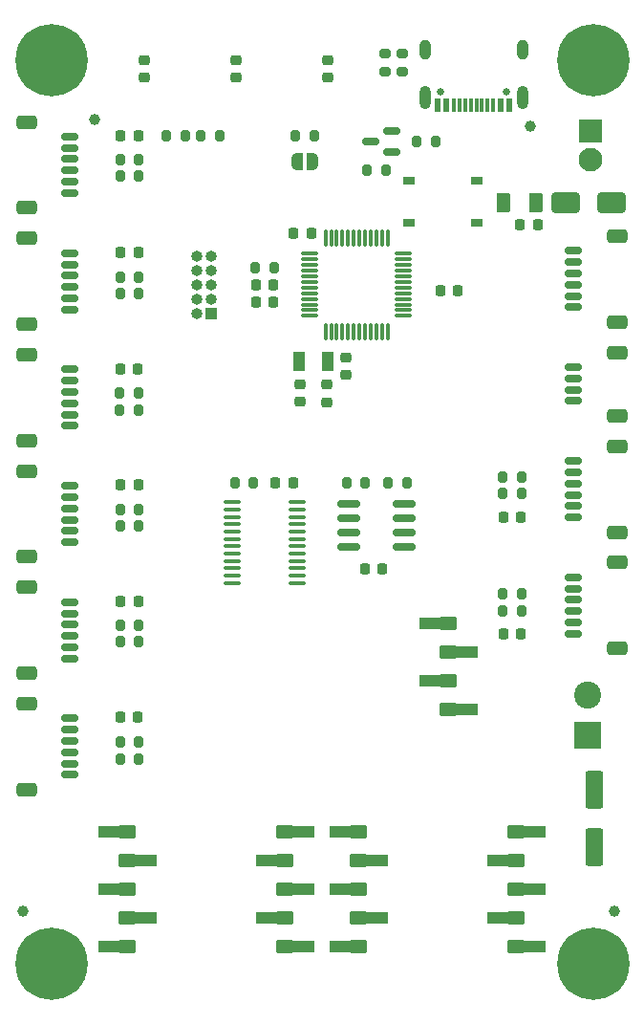
<source format=gts>
%TF.GenerationSoftware,KiCad,Pcbnew,8.0.6-8.0.6-0~ubuntu22.04.1*%
%TF.CreationDate,2024-11-21T09:47:25+02:00*%
%TF.ProjectId,SAMD21_Dev_Board,53414d44-3231-45f4-9465-765f426f6172,rev?*%
%TF.SameCoordinates,Original*%
%TF.FileFunction,Soldermask,Top*%
%TF.FilePolarity,Negative*%
%FSLAX46Y46*%
G04 Gerber Fmt 4.6, Leading zero omitted, Abs format (unit mm)*
G04 Created by KiCad (PCBNEW 8.0.6-8.0.6-0~ubuntu22.04.1) date 2024-11-21 09:47:25*
%MOMM*%
%LPD*%
G01*
G04 APERTURE LIST*
G04 Aperture macros list*
%AMRoundRect*
0 Rectangle with rounded corners*
0 $1 Rounding radius*
0 $2 $3 $4 $5 $6 $7 $8 $9 X,Y pos of 4 corners*
0 Add a 4 corners polygon primitive as box body*
4,1,4,$2,$3,$4,$5,$6,$7,$8,$9,$2,$3,0*
0 Add four circle primitives for the rounded corners*
1,1,$1+$1,$2,$3*
1,1,$1+$1,$4,$5*
1,1,$1+$1,$6,$7*
1,1,$1+$1,$8,$9*
0 Add four rect primitives between the rounded corners*
20,1,$1+$1,$2,$3,$4,$5,0*
20,1,$1+$1,$4,$5,$6,$7,0*
20,1,$1+$1,$6,$7,$8,$9,0*
20,1,$1+$1,$8,$9,$2,$3,0*%
%AMFreePoly0*
4,1,19,0.500000,-0.750000,0.000000,-0.750000,0.000000,-0.744911,-0.071157,-0.744911,-0.207708,-0.704816,-0.327430,-0.627875,-0.420627,-0.520320,-0.479746,-0.390866,-0.500000,-0.250000,-0.500000,0.250000,-0.479746,0.390866,-0.420627,0.520320,-0.327430,0.627875,-0.207708,0.704816,-0.071157,0.744911,0.000000,0.744911,0.000000,0.750000,0.500000,0.750000,0.500000,-0.750000,0.500000,-0.750000,
$1*%
%AMFreePoly1*
4,1,19,0.000000,0.744911,0.071157,0.744911,0.207708,0.704816,0.327430,0.627875,0.420627,0.520320,0.479746,0.390866,0.500000,0.250000,0.500000,-0.250000,0.479746,-0.390866,0.420627,-0.520320,0.327430,-0.627875,0.207708,-0.704816,0.071157,-0.744911,0.000000,-0.744911,0.000000,-0.750000,-0.500000,-0.750000,-0.500000,0.750000,0.000000,0.750000,0.000000,0.744911,0.000000,0.744911,
$1*%
G04 Aperture macros list end*
%ADD10RoundRect,0.225000X-0.225000X-0.250000X0.225000X-0.250000X0.225000X0.250000X-0.225000X0.250000X0*%
%ADD11RoundRect,0.150000X0.825000X0.150000X-0.825000X0.150000X-0.825000X-0.150000X0.825000X-0.150000X0*%
%ADD12C,6.400000*%
%ADD13RoundRect,0.200000X0.200000X0.275000X-0.200000X0.275000X-0.200000X-0.275000X0.200000X-0.275000X0*%
%ADD14RoundRect,0.150000X-0.625000X0.150000X-0.625000X-0.150000X0.625000X-0.150000X0.625000X0.150000X0*%
%ADD15RoundRect,0.250000X-0.650000X0.350000X-0.650000X-0.350000X0.650000X-0.350000X0.650000X0.350000X0*%
%ADD16RoundRect,0.200000X-0.200000X-0.275000X0.200000X-0.275000X0.200000X0.275000X-0.200000X0.275000X0*%
%ADD17RoundRect,0.150000X0.625000X-0.150000X0.625000X0.150000X-0.625000X0.150000X-0.625000X-0.150000X0*%
%ADD18RoundRect,0.250000X0.650000X-0.350000X0.650000X0.350000X-0.650000X0.350000X-0.650000X-0.350000X0*%
%ADD19RoundRect,0.250000X1.000000X0.650000X-1.000000X0.650000X-1.000000X-0.650000X1.000000X-0.650000X0*%
%ADD20FreePoly0,180.000000*%
%ADD21FreePoly1,180.000000*%
%ADD22C,1.000000*%
%ADD23RoundRect,0.225000X0.250000X-0.225000X0.250000X0.225000X-0.250000X0.225000X-0.250000X-0.225000X0*%
%ADD24R,2.100000X2.100000*%
%ADD25C,2.100000*%
%ADD26RoundRect,0.075000X0.075000X-0.662500X0.075000X0.662500X-0.075000X0.662500X-0.075000X-0.662500X0*%
%ADD27RoundRect,0.075000X0.662500X-0.075000X0.662500X0.075000X-0.662500X0.075000X-0.662500X-0.075000X0*%
%ADD28R,1.900000X1.000000*%
%ADD29RoundRect,0.250000X0.550000X0.350000X-0.550000X0.350000X-0.550000X-0.350000X0.550000X-0.350000X0*%
%ADD30RoundRect,0.225000X0.225000X0.250000X-0.225000X0.250000X-0.225000X-0.250000X0.225000X-0.250000X0*%
%ADD31RoundRect,0.218750X0.256250X-0.218750X0.256250X0.218750X-0.256250X0.218750X-0.256250X-0.218750X0*%
%ADD32C,0.650000*%
%ADD33R,0.600000X1.240000*%
%ADD34R,0.300000X1.240000*%
%ADD35O,1.000000X2.100000*%
%ADD36O,1.000000X1.800000*%
%ADD37R,2.400000X2.400000*%
%ADD38C,2.400000*%
%ADD39R,1.000000X1.000000*%
%ADD40O,1.000000X1.000000*%
%ADD41RoundRect,0.100000X-0.637500X-0.100000X0.637500X-0.100000X0.637500X0.100000X-0.637500X0.100000X0*%
%ADD42RoundRect,0.250000X0.550000X-1.412500X0.550000X1.412500X-0.550000X1.412500X-0.550000X-1.412500X0*%
%ADD43RoundRect,0.150000X0.587500X0.150000X-0.587500X0.150000X-0.587500X-0.150000X0.587500X-0.150000X0*%
%ADD44RoundRect,0.200000X0.275000X-0.200000X0.275000X0.200000X-0.275000X0.200000X-0.275000X-0.200000X0*%
%ADD45R,1.000000X1.800000*%
%ADD46RoundRect,0.250000X-0.375000X-0.625000X0.375000X-0.625000X0.375000X0.625000X-0.375000X0.625000X0*%
%ADD47R,1.000000X0.750000*%
G04 APERTURE END LIST*
D10*
%TO.C,C14*%
X104127000Y-73406000D03*
X105677000Y-73406000D03*
%TD*%
D11*
%TO.C,U2*%
X117283000Y-96647000D03*
X117283000Y-95377000D03*
X117283000Y-94107000D03*
X117283000Y-92837000D03*
X112333000Y-92837000D03*
X112333000Y-94107000D03*
X112333000Y-95377000D03*
X112333000Y-96647000D03*
%TD*%
D12*
%TO.C,REF\u002A\u002A*%
X86000000Y-53500000D03*
%TD*%
D13*
%TO.C,R17*%
X93725000Y-93284000D03*
X92075000Y-93284000D03*
%TD*%
D14*
%TO.C,J12*%
X87651000Y-101500000D03*
X87651000Y-102500000D03*
X87651000Y-103500000D03*
X87651000Y-104500000D03*
X87651000Y-105500000D03*
X87651000Y-106500000D03*
D15*
X83776000Y-100200000D03*
X83776000Y-107800000D03*
%TD*%
D10*
%TO.C,C1*%
X105845000Y-90932000D03*
X107395000Y-90932000D03*
%TD*%
D16*
%TO.C,R11*%
X126000000Y-102250000D03*
X127650000Y-102250000D03*
%TD*%
D17*
%TO.C,J10*%
X132250000Y-104300000D03*
X132250000Y-103300000D03*
X132250000Y-102300000D03*
X132250000Y-101300000D03*
X132250000Y-100300000D03*
X132250000Y-99300000D03*
D18*
X136125000Y-105600000D03*
X136125000Y-98000000D03*
%TD*%
D13*
%TO.C,R7*%
X93725000Y-62300000D03*
X92075000Y-62300000D03*
%TD*%
D16*
%TO.C,R5*%
X126000000Y-91900000D03*
X127650000Y-91900000D03*
%TD*%
D19*
%TO.C,D5*%
X135600000Y-66100000D03*
X131600000Y-66100000D03*
%TD*%
D20*
%TO.C,JP1*%
X109108000Y-62484000D03*
D21*
X107808000Y-62484000D03*
%TD*%
D22*
%TO.C,REF\u002A\u002A*%
X89800000Y-58800000D03*
%TD*%
D12*
%TO.C,REF\u002A\u002A*%
X134000000Y-53500000D03*
%TD*%
D23*
%TO.C,C12*%
X108030000Y-83781000D03*
X108030000Y-82231000D03*
%TD*%
D17*
%TO.C,J8*%
X132250000Y-75400000D03*
X132250000Y-74400000D03*
X132250000Y-73400000D03*
X132250000Y-72400000D03*
X132250000Y-71400000D03*
X132250000Y-70400000D03*
D18*
X136125000Y-76700000D03*
X136125000Y-69100000D03*
%TD*%
D13*
%TO.C,R6*%
X93725000Y-63800000D03*
X92075000Y-63800000D03*
%TD*%
%TO.C,R14*%
X93725000Y-115400000D03*
X92075000Y-115400000D03*
%TD*%
D24*
%TO.C,J17*%
X133750000Y-59800000D03*
D25*
X133750000Y-62340000D03*
%TD*%
D17*
%TO.C,J9*%
X132250000Y-94000000D03*
X132250000Y-93000000D03*
X132250000Y-92000000D03*
X132250000Y-91000000D03*
X132250000Y-90000000D03*
X132250000Y-89000000D03*
D18*
X136125000Y-95300000D03*
X136125000Y-87700000D03*
%TD*%
D26*
%TO.C,U3*%
X110280000Y-77568500D03*
X110780000Y-77568500D03*
X111280000Y-77568500D03*
X111780000Y-77568500D03*
X112280000Y-77568500D03*
X112780000Y-77568500D03*
X113280000Y-77568500D03*
X113780000Y-77568500D03*
X114280000Y-77568500D03*
X114780000Y-77568500D03*
X115280000Y-77568500D03*
X115780000Y-77568500D03*
D27*
X117192500Y-76156000D03*
X117192500Y-75656000D03*
X117192500Y-75156000D03*
X117192500Y-74656000D03*
X117192500Y-74156000D03*
X117192500Y-73656000D03*
X117192500Y-73156000D03*
X117192500Y-72656000D03*
X117192500Y-72156000D03*
X117192500Y-71656000D03*
X117192500Y-71156000D03*
X117192500Y-70656000D03*
D26*
X115780000Y-69243500D03*
X115280000Y-69243500D03*
X114780000Y-69243500D03*
X114280000Y-69243500D03*
X113780000Y-69243500D03*
X113280000Y-69243500D03*
X112780000Y-69243500D03*
X112280000Y-69243500D03*
X111780000Y-69243500D03*
X111280000Y-69243500D03*
X110780000Y-69243500D03*
X110280000Y-69243500D03*
D27*
X108867500Y-70656000D03*
X108867500Y-71156000D03*
X108867500Y-71656000D03*
X108867500Y-72156000D03*
X108867500Y-72656000D03*
X108867500Y-73156000D03*
X108867500Y-73656000D03*
X108867500Y-74156000D03*
X108867500Y-74656000D03*
X108867500Y-75156000D03*
X108867500Y-75656000D03*
X108867500Y-76156000D03*
%TD*%
D13*
%TO.C,R24*%
X100901000Y-60198000D03*
X99251000Y-60198000D03*
%TD*%
D28*
%TO.C,J3*%
X122808000Y-110998000D03*
D29*
X121158000Y-110998000D03*
X121158000Y-108458000D03*
D28*
X119508000Y-108458000D03*
X122808000Y-105918000D03*
D29*
X121158000Y-105918000D03*
X121158000Y-103378000D03*
D28*
X119508000Y-103378000D03*
%TD*%
D10*
%TO.C,C9*%
X92125000Y-91084000D03*
X93675000Y-91084000D03*
%TD*%
D13*
%TO.C,R19*%
X93725000Y-103528000D03*
X92075000Y-103528000D03*
%TD*%
%TO.C,R13*%
X93676000Y-82984000D03*
X92026000Y-82984000D03*
%TD*%
D29*
%TO.C,J5*%
X113215000Y-131980000D03*
D28*
X111565000Y-131980000D03*
X114865000Y-129440000D03*
D29*
X113215000Y-129440000D03*
X113215000Y-126900000D03*
D28*
X111565000Y-126900000D03*
X114865000Y-124360000D03*
D29*
X113215000Y-124360000D03*
X113215000Y-121820000D03*
D28*
X111565000Y-121820000D03*
%TD*%
D14*
%TO.C,J16*%
X87651000Y-91200000D03*
X87651000Y-92200000D03*
X87651000Y-93200000D03*
X87651000Y-94200000D03*
X87651000Y-95200000D03*
X87651000Y-96200000D03*
D15*
X83776000Y-89900000D03*
X83776000Y-97500000D03*
%TD*%
D22*
%TO.C,REF\u002A\u002A*%
X83500000Y-128900000D03*
%TD*%
D30*
%TO.C,C2*%
X115329000Y-98552000D03*
X113779000Y-98552000D03*
%TD*%
D10*
%TO.C,C10*%
X92125000Y-101428000D03*
X93675000Y-101428000D03*
%TD*%
D13*
%TO.C,R12*%
X93676000Y-84484000D03*
X92026000Y-84484000D03*
%TD*%
D23*
%TO.C,C13*%
X110430000Y-83806000D03*
X110430000Y-82256000D03*
%TD*%
D31*
%TO.C,D4*%
X94234000Y-55076501D03*
X94234000Y-53501501D03*
%TD*%
D10*
%TO.C,C16*%
X107448500Y-68813000D03*
X108998500Y-68813000D03*
%TD*%
D13*
%TO.C,R25*%
X97853000Y-60198000D03*
X96203000Y-60198000D03*
%TD*%
D32*
%TO.C,J2*%
X126290000Y-56270000D03*
X120510000Y-56270000D03*
D33*
X126600000Y-57465000D03*
X125800000Y-57465000D03*
D34*
X124650000Y-57465000D03*
X123650000Y-57465000D03*
X123150000Y-57465000D03*
X122150000Y-57465000D03*
D33*
X121000000Y-57465000D03*
X120200000Y-57465000D03*
X120200000Y-57465000D03*
X121000000Y-57465000D03*
D34*
X121650000Y-57465000D03*
X122650000Y-57465000D03*
X124150000Y-57465000D03*
X125150000Y-57465000D03*
D33*
X125800000Y-57465000D03*
X126600000Y-57465000D03*
D35*
X127720000Y-56790000D03*
D36*
X127720000Y-52590000D03*
D35*
X119080000Y-56790000D03*
D36*
X119080000Y-52590000D03*
%TD*%
D13*
%TO.C,R8*%
X93724394Y-74200000D03*
X92074394Y-74200000D03*
%TD*%
%TO.C,R9*%
X93724394Y-72700000D03*
X92074394Y-72700000D03*
%TD*%
D22*
%TO.C,REF\u002A\u002A*%
X128400000Y-59400000D03*
%TD*%
D16*
%TO.C,R20*%
X104077000Y-71882000D03*
X105727000Y-71882000D03*
%TD*%
D37*
%TO.C,J18*%
X133504000Y-113256000D03*
D38*
X133504000Y-109756000D03*
%TD*%
D10*
%TO.C,C8*%
X92100000Y-111700000D03*
X93650000Y-111700000D03*
%TD*%
D12*
%TO.C,REF\u002A\u002A*%
X134000000Y-133500000D03*
%TD*%
D13*
%TO.C,R15*%
X93725000Y-113900000D03*
X92075000Y-113900000D03*
%TD*%
D16*
%TO.C,R23*%
X107633000Y-60198000D03*
X109283000Y-60198000D03*
%TD*%
D31*
%TO.C,D3*%
X102362000Y-55076501D03*
X102362000Y-53501501D03*
%TD*%
D10*
%TO.C,C4*%
X92125000Y-60200000D03*
X93675000Y-60200000D03*
%TD*%
D39*
%TO.C,J1*%
X100193000Y-75956000D03*
D40*
X98923000Y-75956000D03*
X100193000Y-74686000D03*
X98923000Y-74686000D03*
X100193000Y-73416000D03*
X98923000Y-73416000D03*
X100193000Y-72146000D03*
X98923000Y-72146000D03*
X100193000Y-70876000D03*
X98923000Y-70876000D03*
%TD*%
D13*
%TO.C,R2*%
X113792000Y-90932000D03*
X112142000Y-90932000D03*
%TD*%
D17*
%TO.C,J7*%
X132250000Y-83700000D03*
X132250000Y-82700000D03*
X132250000Y-81700000D03*
X132250000Y-80700000D03*
D18*
X136125000Y-85000000D03*
X136125000Y-79400000D03*
%TD*%
D10*
%TO.C,C7*%
X92076000Y-80884000D03*
X93626000Y-80884000D03*
%TD*%
D41*
%TO.C,U1*%
X102040000Y-92660000D03*
X102040000Y-93310000D03*
X102040000Y-93960000D03*
X102040000Y-94610000D03*
X102040000Y-95260000D03*
X102040000Y-95910000D03*
X102040000Y-96560000D03*
X102040000Y-97210000D03*
X102040000Y-97860000D03*
X102040000Y-98510000D03*
X102040000Y-99160000D03*
X102040000Y-99810000D03*
X107765000Y-99810000D03*
X107765000Y-99160000D03*
X107765000Y-98510000D03*
X107765000Y-97860000D03*
X107765000Y-97210000D03*
X107765000Y-96560000D03*
X107765000Y-95910000D03*
X107765000Y-95260000D03*
X107765000Y-94610000D03*
X107765000Y-93960000D03*
X107765000Y-93310000D03*
X107765000Y-92660000D03*
%TD*%
D10*
%TO.C,C5*%
X92124394Y-70500000D03*
X93674394Y-70500000D03*
%TD*%
D23*
%TO.C,C17*%
X112130000Y-81356000D03*
X112130000Y-79806000D03*
%TD*%
D22*
%TO.C,REF\u002A\u002A*%
X135900000Y-128900000D03*
%TD*%
D42*
%TO.C,C11*%
X134112000Y-123187500D03*
X134112000Y-118112500D03*
%TD*%
D29*
%TO.C,J20*%
X92725000Y-131980000D03*
D28*
X91075000Y-131980000D03*
X94375000Y-129440000D03*
D29*
X92725000Y-129440000D03*
X92725000Y-126900000D03*
D28*
X91075000Y-126900000D03*
X94375000Y-124360000D03*
D29*
X92725000Y-124360000D03*
X92725000Y-121820000D03*
D28*
X91075000Y-121820000D03*
%TD*%
D31*
%TO.C,D2*%
X110490000Y-55076501D03*
X110490000Y-53501501D03*
%TD*%
D16*
%TO.C,R4*%
X126000000Y-90400000D03*
X127650000Y-90400000D03*
%TD*%
D30*
%TO.C,C18*%
X121980000Y-73914000D03*
X120430000Y-73914000D03*
%TD*%
D14*
%TO.C,J14*%
X87651000Y-70600000D03*
X87651000Y-71600000D03*
X87651000Y-72600000D03*
X87651000Y-73600000D03*
X87651000Y-74600000D03*
X87651000Y-75600000D03*
D15*
X83776000Y-69300000D03*
X83776000Y-76900000D03*
%TD*%
D43*
%TO.C,Q1*%
X116175000Y-61656000D03*
X116175000Y-59756000D03*
X114300000Y-60706000D03*
%TD*%
D12*
%TO.C,REF\u002A\u002A*%
X86000000Y-133500000D03*
%TD*%
D10*
%TO.C,C15*%
X104127000Y-74906000D03*
X105677000Y-74906000D03*
%TD*%
D30*
%TO.C,C19*%
X129075000Y-68100000D03*
X127525000Y-68100000D03*
%TD*%
D44*
%TO.C,R27*%
X115570000Y-54546000D03*
X115570000Y-52896000D03*
%TD*%
%TO.C,R26*%
X117070000Y-54546000D03*
X117070000Y-52896000D03*
%TD*%
D16*
%TO.C,R22*%
X118364000Y-60706000D03*
X120014000Y-60706000D03*
%TD*%
D13*
%TO.C,R16*%
X93725000Y-94784000D03*
X92075000Y-94784000D03*
%TD*%
D16*
%TO.C,R1*%
X115824000Y-90932000D03*
X117474000Y-90932000D03*
%TD*%
%TO.C,R10*%
X126000000Y-100750000D03*
X127650000Y-100750000D03*
%TD*%
D14*
%TO.C,J11*%
X87651000Y-111800000D03*
X87651000Y-112800000D03*
X87651000Y-113800000D03*
X87651000Y-114800000D03*
X87651000Y-115800000D03*
X87651000Y-116800000D03*
D15*
X83776000Y-110500000D03*
X83776000Y-118100000D03*
%TD*%
D45*
%TO.C,Y1*%
X107980000Y-80199000D03*
X110480000Y-80199000D03*
%TD*%
D13*
%TO.C,R21*%
X115622500Y-63246000D03*
X113972500Y-63246000D03*
%TD*%
D28*
%TO.C,J6*%
X128815000Y-131980000D03*
D29*
X127165000Y-131980000D03*
X127165000Y-129440000D03*
D28*
X125515000Y-129440000D03*
X128815000Y-126900000D03*
D29*
X127165000Y-126900000D03*
X127165000Y-124360000D03*
D28*
X125515000Y-124360000D03*
X128815000Y-121820000D03*
D29*
X127165000Y-121820000D03*
%TD*%
D13*
%TO.C,R18*%
X93725000Y-105028000D03*
X92075000Y-105028000D03*
%TD*%
D30*
%TO.C,C3*%
X127600000Y-94000000D03*
X126050000Y-94000000D03*
%TD*%
D14*
%TO.C,J13*%
X87651000Y-60278000D03*
X87651000Y-61278000D03*
X87651000Y-62278000D03*
X87651000Y-63278000D03*
X87651000Y-64278000D03*
X87651000Y-65278000D03*
D15*
X83776000Y-58978000D03*
X83776000Y-66578000D03*
%TD*%
D16*
%TO.C,R3*%
X102239000Y-90932000D03*
X103889000Y-90932000D03*
%TD*%
D46*
%TO.C,F1*%
X126100000Y-66100000D03*
X128900000Y-66100000D03*
%TD*%
D14*
%TO.C,J15*%
X87651000Y-80900000D03*
X87651000Y-81900000D03*
X87651000Y-82900000D03*
X87651000Y-83900000D03*
X87651000Y-84900000D03*
X87651000Y-85900000D03*
D15*
X83776000Y-79600000D03*
X83776000Y-87200000D03*
%TD*%
D30*
%TO.C,C6*%
X127600000Y-104350000D03*
X126050000Y-104350000D03*
%TD*%
D47*
%TO.C,SW1*%
X123650000Y-67905000D03*
X117650000Y-67905000D03*
X123650000Y-64155000D03*
X117650000Y-64155000D03*
%TD*%
D28*
%TO.C,J4*%
X108325000Y-131980000D03*
D29*
X106675000Y-131980000D03*
X106675000Y-129440000D03*
D28*
X105025000Y-129440000D03*
X108325000Y-126900000D03*
D29*
X106675000Y-126900000D03*
X106675000Y-124360000D03*
D28*
X105025000Y-124360000D03*
X108325000Y-121820000D03*
D29*
X106675000Y-121820000D03*
%TD*%
M02*

</source>
